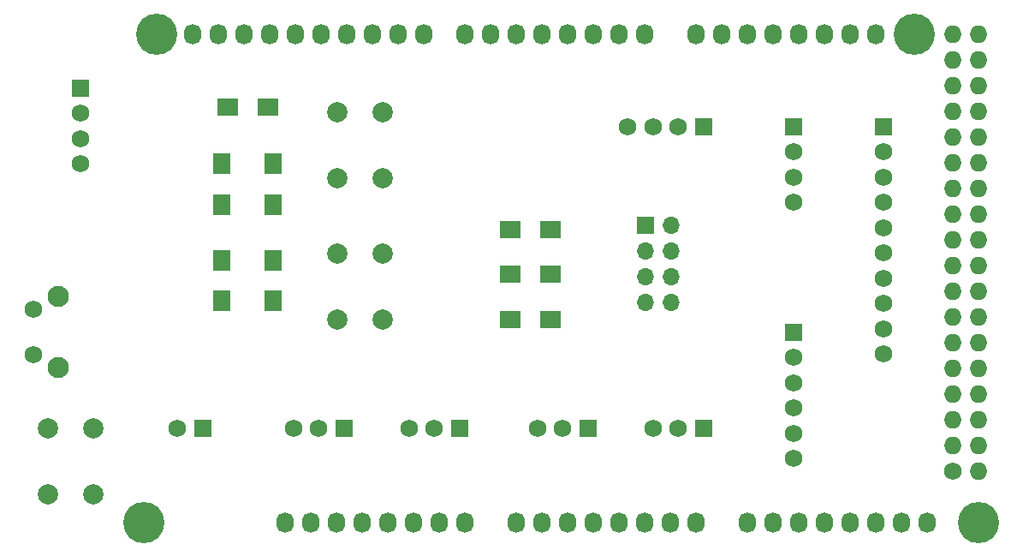
<source format=gbr>
G04 #@! TF.FileFunction,Soldermask,Top*
%FSLAX46Y46*%
G04 Gerber Fmt 4.6, Leading zero omitted, Abs format (unit mm)*
G04 Created by KiCad (PCBNEW 4.0.7) date 03/25/18 23:56:26*
%MOMM*%
%LPD*%
G01*
G04 APERTURE LIST*
%ADD10C,0.100000*%
%ADD11C,1.727200*%
%ADD12O,1.727200X1.727200*%
%ADD13O,1.727200X2.032000*%
%ADD14C,4.064000*%
%ADD15C,2.100000*%
%ADD16C,1.750000*%
%ADD17R,1.700000X2.000000*%
%ADD18C,2.000000*%
%ADD19R,1.750000X1.750000*%
%ADD20R,1.700000X1.700000*%
%ADD21O,1.700000X1.700000*%
%ADD22R,2.000000X1.700000*%
G04 APERTURE END LIST*
D10*
D11*
X197358000Y-114046000D03*
D12*
X199898000Y-114046000D03*
X197358000Y-111506000D03*
X199898000Y-111506000D03*
X197358000Y-108966000D03*
X199898000Y-108966000D03*
X197358000Y-106426000D03*
X199898000Y-106426000D03*
X197358000Y-103886000D03*
X199898000Y-103886000D03*
X197358000Y-101346000D03*
X199898000Y-101346000D03*
X197358000Y-98806000D03*
X199898000Y-98806000D03*
X197358000Y-96266000D03*
X199898000Y-96266000D03*
X197358000Y-93726000D03*
X199898000Y-93726000D03*
X197358000Y-91186000D03*
X199898000Y-91186000D03*
X197358000Y-88646000D03*
X199898000Y-88646000D03*
X197358000Y-86106000D03*
X199898000Y-86106000D03*
X197358000Y-83566000D03*
X199898000Y-83566000D03*
X197358000Y-81026000D03*
X199898000Y-81026000D03*
X197358000Y-78486000D03*
X199898000Y-78486000D03*
X197358000Y-75946000D03*
X199898000Y-75946000D03*
X197358000Y-73406000D03*
X199898000Y-73406000D03*
X197358000Y-70866000D03*
X199898000Y-70866000D03*
D13*
X131318000Y-119126000D03*
X133858000Y-119126000D03*
X136398000Y-119126000D03*
X138938000Y-119126000D03*
X141478000Y-119126000D03*
X144018000Y-119126000D03*
X146558000Y-119126000D03*
X149098000Y-119126000D03*
X154178000Y-119126000D03*
X156718000Y-119126000D03*
X159258000Y-119126000D03*
X161798000Y-119126000D03*
X164338000Y-119126000D03*
X166878000Y-119126000D03*
X169418000Y-119126000D03*
X171958000Y-119126000D03*
X177038000Y-119126000D03*
X179578000Y-119126000D03*
X182118000Y-119126000D03*
X184658000Y-119126000D03*
X187198000Y-119126000D03*
X189738000Y-119126000D03*
X192278000Y-119126000D03*
X194818000Y-119126000D03*
X122174000Y-70866000D03*
X124714000Y-70866000D03*
X127254000Y-70866000D03*
X129794000Y-70866000D03*
X132334000Y-70866000D03*
X134874000Y-70866000D03*
X137414000Y-70866000D03*
X139954000Y-70866000D03*
X142494000Y-70866000D03*
X145034000Y-70866000D03*
X149098000Y-70866000D03*
X151638000Y-70866000D03*
X154178000Y-70866000D03*
X156718000Y-70866000D03*
X159258000Y-70866000D03*
X161798000Y-70866000D03*
X164338000Y-70866000D03*
X166878000Y-70866000D03*
X171958000Y-70866000D03*
X174498000Y-70866000D03*
X177038000Y-70866000D03*
X179578000Y-70866000D03*
X182118000Y-70866000D03*
X184658000Y-70866000D03*
X187198000Y-70866000D03*
X189738000Y-70866000D03*
D14*
X117348000Y-119126000D03*
X199898000Y-119126000D03*
X118618000Y-70866000D03*
X193548000Y-70866000D03*
D15*
X108916000Y-103804000D03*
D16*
X106426000Y-102544000D03*
X106426000Y-98044000D03*
D15*
X108916000Y-96794000D03*
D17*
X130175000Y-87725000D03*
X130175000Y-83725000D03*
X125095000Y-87725000D03*
X125095000Y-83725000D03*
X130175000Y-97250000D03*
X130175000Y-93250000D03*
X125095000Y-97250000D03*
X125095000Y-93250000D03*
D18*
X141025000Y-99060000D03*
X136525000Y-99060000D03*
X141025000Y-92560000D03*
X136525000Y-92560000D03*
X141025000Y-85090000D03*
X136525000Y-85090000D03*
X141025000Y-78590000D03*
X136525000Y-78590000D03*
D19*
X190500000Y-80010000D03*
D16*
X190500000Y-82510000D03*
X190500000Y-85010000D03*
X190500000Y-87510000D03*
X190500000Y-90010000D03*
X190500000Y-92510000D03*
X190500000Y-95010000D03*
X190500000Y-97510000D03*
X190500000Y-100010000D03*
X190500000Y-102510000D03*
D19*
X137160000Y-109855000D03*
D16*
X134660000Y-109855000D03*
X132160000Y-109855000D03*
D19*
X148590000Y-109855000D03*
D16*
X146090000Y-109855000D03*
X143590000Y-109855000D03*
D19*
X181610000Y-100330000D03*
D16*
X181610000Y-102830000D03*
X181610000Y-105330000D03*
X181610000Y-107830000D03*
X181610000Y-110330000D03*
X181610000Y-112830000D03*
D19*
X161290000Y-109855000D03*
D16*
X158790000Y-109855000D03*
X156290000Y-109855000D03*
D19*
X172720000Y-109855000D03*
D16*
X170220000Y-109855000D03*
X167720000Y-109855000D03*
D19*
X181610000Y-80010000D03*
D16*
X181610000Y-82510000D03*
X181610000Y-85010000D03*
X181610000Y-87510000D03*
D19*
X172720000Y-80010000D03*
D16*
X170220000Y-80010000D03*
X167720000Y-80010000D03*
X165220000Y-80010000D03*
D18*
X107895000Y-109855000D03*
X112395000Y-109855000D03*
X107895000Y-116355000D03*
X112395000Y-116355000D03*
D20*
X167005000Y-89789000D03*
D21*
X169545000Y-89789000D03*
X167005000Y-92329000D03*
X169545000Y-92329000D03*
X167005000Y-94869000D03*
X169545000Y-94869000D03*
X167005000Y-97409000D03*
X169545000Y-97409000D03*
D22*
X153575000Y-99060000D03*
X157575000Y-99060000D03*
X153575000Y-94615000D03*
X157575000Y-94615000D03*
X153575000Y-90170000D03*
X157575000Y-90170000D03*
X125635000Y-78105000D03*
X129635000Y-78105000D03*
D19*
X123190000Y-109855000D03*
D16*
X120690000Y-109855000D03*
D19*
X111125000Y-76200000D03*
D16*
X111125000Y-78700000D03*
X111125000Y-81200000D03*
X111125000Y-83700000D03*
M02*

</source>
